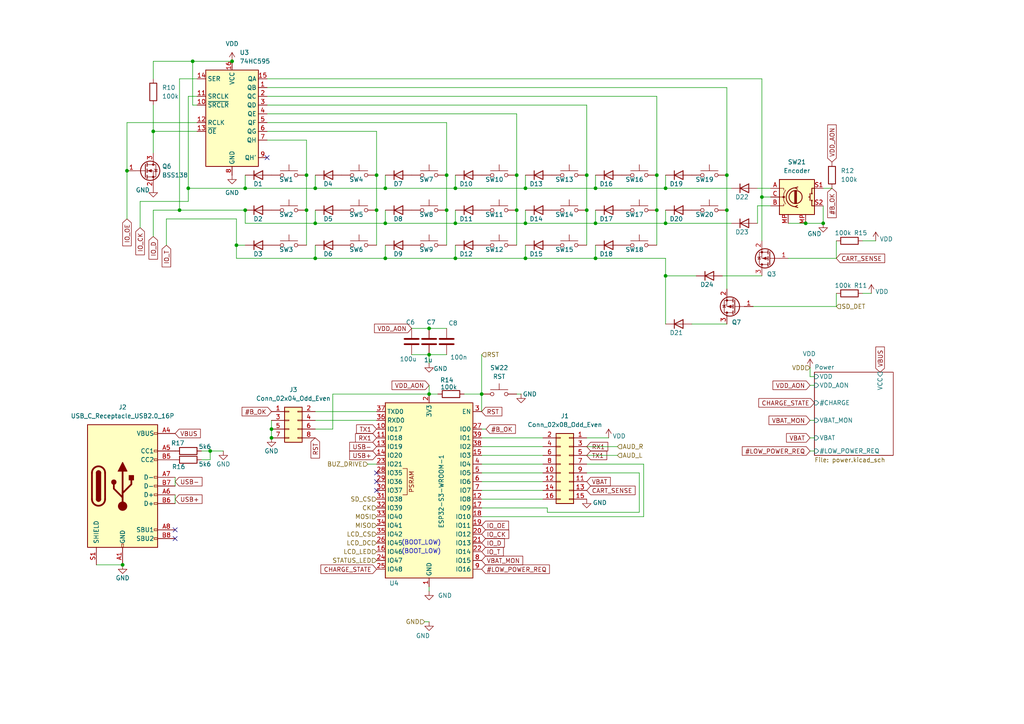
<source format=kicad_sch>
(kicad_sch (version 20231120) (generator "eeschema") (generator_version "8.0")
  (paper "A4")
  (junction (at 170.18 60.96))
  (junction (at 172.72 64.77))
  (junction (at 124.46 95.25))
  (junction (at 44.45 38.1))
  (junction (at 172.72 74.93))
  (junction (at 109.22 50.8))
  (junction (at 35.56 163.83))
  (junction (at 52.07 60.96))
  (junction (at 124.46 102.87))
  (junction (at 129.54 60.96))
  (junction (at 190.5 60.96))
  (junction (at 233.68 64.77))
  (junction (at 91.44 64.77))
  (junction (at 170.18 50.8))
  (junction (at 111.76 54.61))
  (junction (at 88.9 60.96))
  (junction (at 91.44 74.93))
  (junction (at 91.44 54.61))
  (junction (at 190.5 50.8))
  (junction (at 111.76 64.77))
  (junction (at 193.04 64.77))
  (junction (at 36.83 49.53))
  (junction (at 111.76 74.93))
  (junction (at 149.86 50.8))
  (junction (at 54.61 54.61))
  (junction (at 55.88 17.78))
  (junction (at 132.08 54.61))
  (junction (at 149.86 60.96))
  (junction (at 67.31 17.78))
  (junction (at 78.74 127))
  (junction (at 129.54 50.8))
  (junction (at 124.46 114.3))
  (junction (at 152.4 64.77))
  (junction (at 193.04 54.61))
  (junction (at 210.82 50.8))
  (junction (at 172.72 54.61))
  (junction (at 152.4 54.61))
  (junction (at 71.12 60.96))
  (junction (at 220.98 57.15))
  (junction (at 210.82 60.96))
  (junction (at 88.9 50.8))
  (junction (at 238.76 64.77))
  (junction (at 109.22 60.96))
  (junction (at 60.96 130.81))
  (junction (at 139.7 114.3))
  (junction (at 193.04 80.01))
  (junction (at 78.74 124.46))
  (junction (at 132.08 74.93))
  (junction (at 71.12 54.61))
  (junction (at 152.4 74.93))
  (junction (at 132.08 64.77))
  (junction (at 68.58 71.12))
  (no_connect (at 109.22 139.7))
  (no_connect (at 109.22 142.24))
  (no_connect (at 109.22 137.16))
  (no_connect (at 77.47 45.72))
  (no_connect (at 50.8 153.67))
  (no_connect (at 50.8 156.21))
  (wire (pts (xy 158.75 148.59) (xy 185.42 148.59)))
  (wire (pts (xy 91.44 124.46) (xy 96.52 124.46)))
  (wire (pts (xy 124.46 111.76) (xy 124.46 114.3)))
  (wire (pts (xy 172.72 54.61) (xy 193.04 54.61)))
  (wire (pts (xy 124.46 171.45) (xy 124.46 170.18)))
  (wire (pts (xy 234.95 109.22) (xy 236.22 109.22)))
  (wire (pts (xy 88.9 50.8) (xy 88.9 60.96)))
  (wire (pts (xy 119.38 95.25) (xy 124.46 95.25)))
  (wire (pts (xy 71.12 64.77) (xy 71.12 60.96)))
  (wire (pts (xy 57.15 35.56) (xy 36.83 35.56)))
  (wire (pts (xy 48.26 63.5) (xy 68.58 63.5)))
  (wire (pts (xy 132.08 64.77) (xy 111.76 64.77)))
  (wire (pts (xy 140.97 124.46) (xy 139.7 124.46)))
  (wire (pts (xy 77.47 40.64) (xy 88.9 40.64)))
  (wire (pts (xy 190.5 27.94) (xy 190.5 50.8)))
  (wire (pts (xy 132.08 54.61) (xy 152.4 54.61)))
  (wire (pts (xy 220.98 22.86) (xy 220.98 57.15)))
  (wire (pts (xy 234.95 111.76) (xy 236.22 111.76)))
  (wire (pts (xy 48.26 63.5) (xy 48.26 71.12)))
  (wire (pts (xy 170.18 129.54) (xy 179.07 129.54)))
  (wire (pts (xy 132.08 54.61) (xy 132.08 50.8)))
  (wire (pts (xy 219.71 64.77) (xy 219.71 59.69)))
  (wire (pts (xy 139.7 134.62) (xy 157.48 134.62)))
  (wire (pts (xy 234.95 130.81) (xy 236.22 130.81)))
  (wire (pts (xy 109.22 50.8) (xy 109.22 60.96)))
  (wire (pts (xy 193.04 80.01) (xy 201.93 80.01)))
  (wire (pts (xy 152.4 64.77) (xy 132.08 64.77)))
  (wire (pts (xy 68.58 74.93) (xy 91.44 74.93)))
  (wire (pts (xy 44.45 17.78) (xy 44.45 22.86)))
  (wire (pts (xy 40.64 58.42) (xy 54.61 58.42)))
  (wire (pts (xy 111.76 74.93) (xy 111.76 71.12)))
  (wire (pts (xy 111.76 74.93) (xy 132.08 74.93)))
  (wire (pts (xy 219.71 54.61) (xy 223.52 54.61)))
  (wire (pts (xy 234.95 121.92) (xy 236.22 121.92)))
  (wire (pts (xy 129.54 50.8) (xy 129.54 60.96)))
  (wire (pts (xy 172.72 64.77) (xy 152.4 64.77)))
  (wire (pts (xy 77.47 30.48) (xy 170.18 30.48)))
  (wire (pts (xy 170.18 132.08) (xy 179.07 132.08)))
  (wire (pts (xy 152.4 74.93) (xy 172.72 74.93)))
  (wire (pts (xy 58.42 130.81) (xy 60.96 130.81)))
  (wire (pts (xy 67.31 17.78) (xy 55.88 17.78)))
  (wire (pts (xy 172.72 54.61) (xy 172.72 50.8)))
  (wire (pts (xy 158.75 147.32) (xy 158.75 148.59)))
  (wire (pts (xy 44.45 30.48) (xy 44.45 38.1)))
  (wire (pts (xy 193.04 64.77) (xy 212.09 64.77)))
  (wire (pts (xy 132.08 74.93) (xy 152.4 74.93)))
  (wire (pts (xy 172.72 64.77) (xy 172.72 60.96)))
  (wire (pts (xy 238.76 54.61) (xy 241.3 54.61)))
  (wire (pts (xy 193.04 80.01) (xy 193.04 93.98)))
  (wire (pts (xy 54.61 27.94) (xy 54.61 54.61)))
  (wire (pts (xy 111.76 64.77) (xy 91.44 64.77)))
  (wire (pts (xy 139.7 149.86) (xy 186.69 149.86)))
  (wire (pts (xy 27.94 163.83) (xy 35.56 163.83)))
  (wire (pts (xy 44.45 38.1) (xy 57.15 38.1)))
  (wire (pts (xy 78.74 121.92) (xy 78.74 124.46)))
  (wire (pts (xy 50.8 138.43) (xy 50.8 140.97)))
  (wire (pts (xy 228.6 74.93) (xy 242.57 74.93)))
  (wire (pts (xy 139.7 102.87) (xy 139.7 114.3)))
  (wire (pts (xy 139.7 144.78) (xy 157.48 144.78)))
  (wire (pts (xy 152.4 54.61) (xy 172.72 54.61)))
  (wire (pts (xy 193.04 80.01) (xy 193.04 74.93)))
  (wire (pts (xy 58.42 133.35) (xy 60.96 133.35)))
  (wire (pts (xy 54.61 27.94) (xy 57.15 27.94)))
  (wire (pts (xy 170.18 30.48) (xy 170.18 50.8)))
  (wire (pts (xy 124.46 180.34) (xy 123.19 180.34)))
  (wire (pts (xy 219.71 59.69) (xy 223.52 59.69)))
  (wire (pts (xy 68.58 63.5) (xy 68.58 71.12)))
  (wire (pts (xy 134.62 114.3) (xy 139.7 114.3)))
  (wire (pts (xy 185.42 137.16) (xy 170.18 137.16)))
  (wire (pts (xy 91.44 74.93) (xy 91.44 71.12)))
  (wire (pts (xy 111.76 54.61) (xy 132.08 54.61)))
  (wire (pts (xy 190.5 60.96) (xy 190.5 71.12)))
  (wire (pts (xy 129.54 60.96) (xy 129.54 71.12)))
  (wire (pts (xy 91.44 121.92) (xy 109.22 121.92)))
  (wire (pts (xy 193.04 60.96) (xy 193.04 64.77)))
  (wire (pts (xy 40.64 66.04) (xy 40.64 58.42)))
  (wire (pts (xy 139.7 137.16) (xy 157.48 137.16)))
  (wire (pts (xy 111.76 54.61) (xy 111.76 50.8)))
  (wire (pts (xy 139.7 129.54) (xy 157.48 129.54)))
  (wire (pts (xy 124.46 102.87) (xy 129.54 102.87)))
  (wire (pts (xy 36.83 35.56) (xy 36.83 49.53)))
  (wire (pts (xy 60.96 130.81) (xy 60.96 133.35)))
  (wire (pts (xy 91.44 54.61) (xy 91.44 50.8)))
  (wire (pts (xy 55.88 17.78) (xy 44.45 17.78)))
  (wire (pts (xy 139.7 139.7) (xy 157.48 139.7)))
  (wire (pts (xy 152.4 74.93) (xy 152.4 71.12)))
  (wire (pts (xy 50.8 143.51) (xy 50.8 146.05)))
  (wire (pts (xy 223.52 57.15) (xy 220.98 57.15)))
  (wire (pts (xy 210.82 60.96) (xy 210.82 83.82)))
  (wire (pts (xy 36.83 63.5) (xy 36.83 49.53)))
  (wire (pts (xy 242.57 74.93) (xy 242.57 69.85)))
  (wire (pts (xy 91.44 119.38) (xy 109.22 119.38)))
  (wire (pts (xy 220.98 22.86) (xy 77.47 22.86)))
  (wire (pts (xy 55.88 30.48) (xy 55.88 17.78)))
  (wire (pts (xy 209.55 80.01) (xy 220.98 80.01)))
  (wire (pts (xy 91.44 64.77) (xy 71.12 64.77)))
  (wire (pts (xy 44.45 68.58) (xy 44.45 60.96)))
  (wire (pts (xy 176.53 127) (xy 170.18 127)))
  (wire (pts (xy 170.18 50.8) (xy 170.18 60.96)))
  (wire (pts (xy 238.76 59.69) (xy 238.76 64.77)))
  (wire (pts (xy 172.72 74.93) (xy 193.04 74.93)))
  (wire (pts (xy 77.47 38.1) (xy 109.22 38.1)))
  (wire (pts (xy 139.7 147.32) (xy 158.75 147.32)))
  (wire (pts (xy 77.47 27.94) (xy 190.5 27.94)))
  (wire (pts (xy 57.15 30.48) (xy 55.88 30.48)))
  (wire (pts (xy 124.46 114.3) (xy 127 114.3)))
  (wire (pts (xy 96.52 114.3) (xy 124.46 114.3)))
  (wire (pts (xy 193.04 54.61) (xy 193.04 50.8)))
  (wire (pts (xy 60.96 130.81) (xy 64.77 130.81)))
  (wire (pts (xy 210.82 25.4) (xy 210.82 50.8)))
  (wire (pts (xy 88.9 60.96) (xy 88.9 71.12)))
  (wire (pts (xy 77.47 35.56) (xy 129.54 35.56)))
  (wire (pts (xy 77.47 25.4) (xy 210.82 25.4)))
  (wire (pts (xy 210.82 50.8) (xy 210.82 60.96)))
  (wire (pts (xy 234.95 106.68) (xy 234.95 109.22)))
  (wire (pts (xy 151.13 114.3) (xy 149.86 114.3)))
  (wire (pts (xy 228.6 64.77) (xy 233.68 64.77)))
  (wire (pts (xy 139.7 119.38) (xy 139.7 114.3)))
  (wire (pts (xy 185.42 148.59) (xy 185.42 137.16)))
  (wire (pts (xy 233.68 64.77) (xy 238.76 64.77)))
  (wire (pts (xy 218.44 88.9) (xy 242.57 88.9)))
  (wire (pts (xy 193.04 54.61) (xy 212.09 54.61)))
  (wire (pts (xy 170.18 60.96) (xy 170.18 71.12)))
  (wire (pts (xy 52.07 22.86) (xy 57.15 22.86)))
  (wire (pts (xy 44.45 60.96) (xy 52.07 60.96)))
  (wire (pts (xy 71.12 54.61) (xy 91.44 54.61)))
  (wire (pts (xy 139.7 127) (xy 157.48 127)))
  (wire (pts (xy 68.58 71.12) (xy 71.12 71.12)))
  (wire (pts (xy 91.44 64.77) (xy 91.44 60.96)))
  (wire (pts (xy 220.98 57.15) (xy 220.98 69.85)))
  (wire (pts (xy 132.08 64.77) (xy 132.08 60.96)))
  (wire (pts (xy 124.46 95.25) (xy 129.54 95.25)))
  (wire (pts (xy 96.52 124.46) (xy 96.52 114.3)))
  (wire (pts (xy 139.7 132.08) (xy 157.48 132.08)))
  (wire (pts (xy 152.4 54.61) (xy 152.4 50.8)))
  (wire (pts (xy 186.69 149.86) (xy 186.69 134.62)))
  (wire (pts (xy 234.95 127) (xy 236.22 127)))
  (wire (pts (xy 172.72 71.12) (xy 172.72 74.93)))
  (wire (pts (xy 190.5 50.8) (xy 190.5 60.96)))
  (wire (pts (xy 124.46 105.41) (xy 124.46 102.87)))
  (wire (pts (xy 119.38 102.87) (xy 124.46 102.87)))
  (wire (pts (xy 193.04 64.77) (xy 172.72 64.77)))
  (wire (pts (xy 149.86 50.8) (xy 149.86 60.96)))
  (wire (pts (xy 54.61 54.61) (xy 71.12 54.61)))
  (wire (pts (xy 68.58 71.12) (xy 68.58 74.93)))
  (wire (pts (xy 52.07 60.96) (xy 71.12 60.96)))
  (wire (pts (xy 132.08 74.93) (xy 132.08 71.12)))
  (wire (pts (xy 77.47 33.02) (xy 149.86 33.02)))
  (wire (pts (xy 78.74 124.46) (xy 78.74 127)))
  (wire (pts (xy 152.4 64.77) (xy 152.4 60.96)))
  (wire (pts (xy 242.57 85.09) (xy 242.57 88.9)))
  (wire (pts (xy 109.22 60.96) (xy 109.22 71.12)))
  (wire (pts (xy 54.61 58.42) (xy 54.61 54.61)))
  (wire (pts (xy 139.7 142.24) (xy 157.48 142.24)))
  (wire (pts (xy 186.69 134.62) (xy 170.18 134.62)))
  (wire (pts (xy 111.76 64.77) (xy 111.76 60.96)))
  (wire (pts (xy 129.54 35.56) (xy 129.54 50.8)))
  (wire (pts (xy 88.9 40.64) (xy 88.9 50.8)))
  (wire (pts (xy 254 69.85) (xy 250.19 69.85)))
  (wire (pts (xy 106.68 134.62) (xy 109.22 134.62)))
  (wire (pts (xy 71.12 50.8) (xy 71.12 54.61)))
  (wire (pts (xy 149.86 60.96) (xy 149.86 71.12)))
  (wire (pts (xy 109.22 38.1) (xy 109.22 50.8)))
  (wire (pts (xy 252.73 85.09) (xy 250.19 85.09)))
  (wire (pts (xy 91.44 74.93) (xy 111.76 74.93)))
  (wire (pts (xy 149.86 33.02) (xy 149.86 50.8)))
  (wire (pts (xy 44.45 38.1) (xy 44.45 44.45)))
  (wire (pts (xy 91.44 54.61) (xy 111.76 54.61)))
  (wire (pts (xy 210.82 93.98) (xy 200.66 93.98)))
  (wire (pts (xy 52.07 60.96) (xy 52.07 22.86)))
  (text "(BOOT_LOW)" (at 122.174 160.02 0) (effects (font (size 1.27 1.27))))
  (text "(BOOT_LOW)" (at 122.174 157.48 0) (effects (font (size 1.27 1.27))))
  (global_label "VBAT_MON" (shape input) (at 139.7 162.56 0) (property "Intersheetrefs" "${INTERSHEET_REFS}" (effects (hide yes))))
  (global_label "#B_OK" (shape input) (at 78.74 119.38 180) (property "Intersheetrefs" "${INTERSHEET_REFS}" (effects (hide yes))))
  (global_label "VDD_AON" (shape input) (at 241.3 46.99 90) (property "Intersheetrefs" "${INTERSHEET_REFS}" (effects (hide yes))))
  (global_label "CHARGE_STATE" (shape input) (at 109.22 165.1 180) (property "Intersheetrefs" "${INTERSHEET_REFS}" (effects (hide yes))))
  (global_label "VBUS" (shape input) (at 255.27 107.95 90) (property "Intersheetrefs" "${INTERSHEET_REFS}" (effects (hide yes))))
  (global_label "USB+" (shape input) (at 109.22 132.08 180) (property "Intersheetrefs" "${INTERSHEET_REFS}" (effects (hide yes))))
  (global_label "#LOW_POWER_REQ" (shape input) (at 139.7 165.1 0) (property "Intersheetrefs" "${INTERSHEET_REFS}" (effects (hide yes))))
  (global_label "RST" (shape input) (at 139.7 119.38 0) (property "Intersheetrefs" "${INTERSHEET_REFS}" (effects (hide yes))))
  (global_label "#B_OK" (shape input) (at 241.3 54.61 270) (property "Intersheetrefs" "${INTERSHEET_REFS}" (effects (hide yes))))
  (global_label "#B_OK" (shape input) (at 140.97 124.46 0) (property "Intersheetrefs" "${INTERSHEET_REFS}" (effects (hide yes))))
  (global_label "USB-" (shape input) (at 109.22 129.54 180) (property "Intersheetrefs" "${INTERSHEET_REFS}" (effects (hide yes))))
  (global_label "IO_D" (shape input) (at 44.45 68.58 270) (property "Intersheetrefs" "${INTERSHEET_REFS}" (effects (hide yes))))
  (global_label "TX1" (shape input) (at 170.18 132.08 0) (property "Intersheetrefs" "${INTERSHEET_REFS}" (effects (hide yes))))
  (global_label "RX1" (shape input) (at 170.18 129.54 0) (property "Intersheetrefs" "${INTERSHEET_REFS}" (effects (hide yes))))
  (global_label "TX1" (shape input) (at 109.22 124.46 180) (property "Intersheetrefs" "${INTERSHEET_REFS}" (effects (hide yes))))
  (global_label "#LOW_POWER_REQ" (shape input) (at 234.95 130.81 180) (property "Intersheetrefs" "${INTERSHEET_REFS}" (effects (hide yes))))
  (global_label "VBUS" (shape input) (at 50.8 125.73 0) (property "Intersheetrefs" "${INTERSHEET_REFS}" (effects (hide yes))))
  (global_label "IO_OE" (shape input) (at 36.83 63.5 270) (property "Intersheetrefs" "${INTERSHEET_REFS}" (effects (hide yes))))
  (global_label "VDD_AON" (shape input) (at 124.46 111.76 180) (property "Intersheetrefs" "${INTERSHEET_REFS}" (effects (hide yes))))
  (global_label "VBAT" (shape input) (at 234.95 127 180) (property "Intersheetrefs" "${INTERSHEET_REFS}" (effects (hide yes))))
  (global_label "CHARGE_STATE" (shape input) (at 236.22 116.84 180) (property "Intersheetrefs" "${INTERSHEET_REFS}" (effects (hide yes))))
  (global_label "VDD_AON" (shape input) (at 234.95 111.76 180) (property "Intersheetrefs" "${INTERSHEET_REFS}" (effects (hide yes))))
  (global_label "VDD_AON" (shape input) (at 119.38 95.25 180) (property "Intersheetrefs" "${INTERSHEET_REFS}" (effects (hide yes))))
  (global_label "IO_CK" (shape input) (at 139.7 154.94 0) (property "Intersheetrefs" "${INTERSHEET_REFS}" (effects (hide yes))))
  (global_label "IO_CK" (shape input) (at 40.64 66.04 270) (property "Intersheetrefs" "${INTERSHEET_REFS}" (effects (hide yes))))
  (global_label "USB-" (shape input) (at 50.8 139.7 0) (property "Intersheetrefs" "${INTERSHEET_REFS}" (effects (hide yes))))
  (global_label "IO_T" (shape input) (at 139.7 160.02 0) (property "Intersheetrefs" "${INTERSHEET_REFS}" (effects (hide yes))))
  (global_label "IO_OE" (shape input) (at 139.7 152.4 0) (property "Intersheetrefs" "${INTERSHEET_REFS}" (effects (hide yes))))
  (global_label "IO_D" (shape input) (at 139.7 157.48 0) (property "Intersheetrefs" "${INTERSHEET_REFS}" (effects (hide yes))))
  (global_label "RX1" (shape input) (at 109.22 127 180) (property "Intersheetrefs" "${INTERSHEET_REFS}" (effects (hide yes))))
  (global_label "CART_SENSE" (shape input) (at 242.57 74.93 0) (property "Intersheetrefs" "${INTERSHEET_REFS}" (effects (hide yes))))
  (global_label "CART_SENSE" (shape input) (at 170.18 142.24 0) (property "Intersheetrefs" "${INTERSHEET_REFS}" (effects (hide yes))))
  (global_label "USB+" (shape input) (at 50.8 144.78 0) (property "Intersheetrefs" "${INTERSHEET_REFS}" (effects (hide yes))))
  (global_label "VBAT" (shape input) (at 170.18 139.7 0) (property "Intersheetrefs" "${INTERSHEET_REFS}" (effects (hide yes))))
  (global_label "RST" (shape input) (at 91.44 127 270) (property "Intersheetrefs" "${INTERSHEET_REFS}" (effects (hide yes))))
  (global_label "VBAT_MON" (shape input) (at 234.95 121.92 180) (property "Intersheetrefs" "${INTERSHEET_REFS}" (effects (hide yes))))
  (global_label "IO_T" (shape input) (at 48.26 71.12 270) (property "Intersheetrefs" "${INTERSHEET_REFS}" (effects (hide yes))))
  (hierarchical_label "AUD_R" (shape input) (at 179.07 129.54 0))
  (hierarchical_label "SD_CS" (shape input) (at 109.22 144.78 180))
  (hierarchical_label "MISO" (shape input) (at 109.22 152.4 180))
  (hierarchical_label "CK" (shape input) (at 109.22 147.32 180))
  (hierarchical_label "RST" (shape input) (at 139.7 102.87 0))
  (hierarchical_label "AUD_L" (shape input) (at 179.07 132.08 0))
  (hierarchical_label "VDD" (shape input) (at 234.95 106.68 180))
  (hierarchical_label "SD_DET" (shape input) (at 242.57 88.9 0))
  (hierarchical_label "LCD_DC" (shape input) (at 109.22 157.48 180))
  (hierarchical_label "LCD_CS" (shape input) (at 109.22 154.94 180))
  (hierarchical_label "GND" (shape input) (at 123.19 180.34 180))
  (hierarchical_label "STATUS_LED" (shape input) (at 109.22 162.56 180))
  (hierarchical_label "MOSI" (shape input) (at 109.22 149.86 180))
  (hierarchical_label "BUZ_DRIVE" (shape input) (at 106.68 134.62 180))
  (hierarchical_label "LCD_LED" (shape input) (at 109.22 160.02 180))
  (symbol (lib_id "Device:D") (at 115.57 50.8 0) (unit 1)
    (property "Reference" "D7" (at 116.84 53.34 0) (effects (justify right)))
    (property "Value" "D" (effects (hide yes)))
    (property "Footprint" "Diode_SMD:D_0805_2012Metric_Pad1.15x1.40mm_HandSolder" (effects (hide yes)))
    (property "Description" "Diode" (effects (hide yes)))
    (property "Sim.Device" "D" (effects (hide yes)))
    (property "Sim.Pins" "1=K 2=A" (effects (hide yes)))
  )
  (symbol (lib_id "Device:R") (at 44.45 26.67 0) (unit 1)
    (property "Reference" "R10" (at 46.99 25.3999 0) (effects (justify left)))
    (property "Value" "100k" (at 46.99 27.9399 0) (effects (justify left)))
    (property "Footprint" "Resistor_SMD:R_0805_2012Metric_Pad1.20x1.40mm_HandSolder" (effects (hide yes)))
    (property "Description" "Resistor" (effects (hide yes)))
  )
  (symbol (lib_id "Device:D") (at 115.57 60.96 0) (unit 1)
    (property "Reference" "D8" (at 116.84 63.5 0) (effects (justify right)))
    (property "Value" "D" (effects (hide yes)))
    (property "Footprint" "Diode_SMD:D_0805_2012Metric_Pad1.15x1.40mm_HandSolder" (effects (hide yes)))
    (property "Description" "Diode" (effects (hide yes)))
    (property "Sim.Device" "D" (effects (hide yes)))
    (property "Sim.Pins" "1=K 2=A" (effects (hide yes)))
  )
  (symbol (lib_id "74xx:74HC595") (at 67.31 33.02 0) (unit 1)
    (property "Reference" "U3" (at 69.5041 15.24 0) (effects (justify left)))
    (property "Value" "74HC595" (at 69.5041 17.78 0) (effects (justify left)))
    (property "Footprint" "Package_SO:SOIC-16_3.9x9.9mm_P1.27mm" (effects (hide yes)))
    (property "Datasheet" "http://www.ti.com/lit/ds/symlink/sn74hc595.pdf" (effects (hide yes)))
    (property "Description" "8-bit serial in/out Shift Register 3-State Outputs" (effects (hide yes)))
  )
  (symbol (lib_id "Switch:SW_Push") (at 83.82 50.8 0) (unit 1)
    (property "Reference" "SW1" (at 85.09 52.07 0) (effects (justify right)))
    (property "Value" "SW_Push" (effects (hide yes)))
    (property "Footprint" "footprints:Combo_MechanicalSwitch" (effects (hide yes)))
    (property "Description" "Push button switch, generic, two pins" (effects (hide yes)))
  )
  (symbol (lib_id "Device:R") (at 54.61 130.81 90) (unit 1)
    (property "Reference" "R17" (at 51.562 128.524 90))
    (property "Value" "5k6" (at 59.436 129.54 90))
    (property "Footprint" "Resistor_SMD:R_0805_2012Metric_Pad1.20x1.40mm_HandSolder" (effects (hide yes)))
    (property "Description" "Resistor" (effects (hide yes)))
  )
  (symbol (lib_id "power:GND") (at 170.18 144.78 0) (unit 1)
    (property "Reference" "#PWR015" (effects (hide yes)))
    (property "Value" "GND" (at 176.022 145.796 0) (effects (justify right)))
    (property "Description" "Power symbol creates a global label with name \"GND\" , ground" (effects (hide yes)))
  )
  (symbol (lib_id "power:VDD") (at 234.95 106.68 0) (unit 1)
    (property "Reference" "#PWR016" (effects (hide yes)))
    (property "Value" "VDD" (at 234.696 102.616 0))
    (property "Description" "Power symbol creates a global label with name \"VDD\"" (effects (hide yes)))
  )
  (symbol (lib_id "Device:C") (at 129.54 99.06 0) (unit 1)
    (property "Reference" "C8" (at 130.048 93.726 0) (effects (justify left)))
    (property "Value" "100n" (at 130.556 103.632 0) (effects (justify left)))
    (property "Footprint" "Capacitor_SMD:C_0805_2012Metric" (effects (hide yes)))
    (property "Description" "Unpolarized capacitor" (effects (hide yes)))
  )
  (symbol (lib_id "Switch:SW_Push") (at 144.78 114.3 0) (unit 1)
    (property "Reference" "SW22" (at 144.78 106.68 0))
    (property "Value" "RST" (at 144.78 109.22 0))
    (property "Footprint" "Button_Switch_SMD:SW_SPST_PTS647_Sx38" (effects (hide yes)))
    (property "Description" "Push button switch, generic, two pins" (effects (hide yes)))
  )
  (symbol (lib_id "Device:R") (at 241.3 50.8 0) (unit 1)
    (property "Reference" "R12" (at 243.84 49.5299 0) (effects (justify left)))
    (property "Value" "100k" (at 243.84 52.0699 0) (effects (justify left)))
    (property "Footprint" "Resistor_SMD:R_0805_2012Metric_Pad1.20x1.40mm_HandSolder" (effects (hide yes)))
    (property "Description" "Resistor" (effects (hide yes)))
  )
  (symbol (lib_id "power:GND") (at 35.56 163.83 0) (unit 1)
    (property "Reference" "#PWR02" (effects (hide yes)))
    (property "Value" "GND" (at 35.56 167.64 0))
    (property "Description" "Power symbol creates a global label with name \"GND\" , ground" (effects (hide yes)))
  )
  (symbol (lib_id "Transistor_FET:AO3401A") (at 223.52 74.93 180) (unit 1)
    (property "Reference" "Q3" (at 223.774 79.502 0))
    (property "Value" "AO3401A" (effects (hide yes)))
    (property "Footprint" "Package_TO_SOT_SMD:SOT-23" (effects (hide yes)))
    (property "Datasheet" "http://www.aosmd.com/pdfs/datasheet/AO3401A.pdf" (effects (hide yes)))
    (property "Description" "-4.0A Id, -30V Vds, P-Channel MOSFET, SOT-23" (effects (hide yes)))
  )
  (symbol (lib_id "Device:D") (at 135.89 60.96 0) (unit 1)
    (property "Reference" "D11" (at 137.16 63.5 0) (effects (justify right)))
    (property "Value" "D" (effects (hide yes)))
    (property "Footprint" "Diode_SMD:D_0805_2012Metric_Pad1.15x1.40mm_HandSolder" (effects (hide yes)))
    (property "Description" "Diode" (effects (hide yes)))
    (property "Sim.Device" "D" (effects (hide yes)))
    (property "Sim.Pins" "1=K 2=A" (effects (hide yes)))
  )
  (symbol (lib_id "Device:D") (at 95.25 50.8 0) (unit 1)
    (property "Reference" "D4" (at 96.52 53.34 0) (effects (justify right)))
    (property "Value" "D" (effects (hide yes)))
    (property "Footprint" "Diode_SMD:D_0805_2012Metric_Pad1.15x1.40mm_HandSolder" (effects (hide yes)))
    (property "Description" "Diode" (effects (hide yes)))
    (property "Sim.Device" "D" (effects (hide yes)))
    (property "Sim.Pins" "1=K 2=A" (effects (hide yes)))
  )
  (symbol (lib_id "Switch:SW_Push") (at 165.1 60.96 0) (unit 1)
    (property "Reference" "SW14" (at 166.37 62.23 0) (effects (justify right)))
    (property "Value" "SW_Push" (effects (hide yes)))
    (property "Footprint" "footprints:Combo_MechanicalSwitch" (effects (hide yes)))
    (property "Description" "Push button switch, generic, two pins" (effects (hide yes)))
  )
  (symbol (lib_id "Switch:SW_Push") (at 165.1 50.8 0) (unit 1)
    (property "Reference" "SW13" (at 166.37 52.07 0) (effects (justify right)))
    (property "Value" "SW_Push" (effects (hide yes)))
    (property "Footprint" "footprints:Combo_MechanicalSwitch" (effects (hide yes)))
    (property "Description" "Push button switch, generic, two pins" (effects (hide yes)))
  )
  (symbol (lib_id "Transistor_FET:AO3401A") (at 213.36 88.9 180) (unit 1)
    (property "Reference" "Q7" (at 213.614 93.472 0))
    (property "Value" "AO3401A" (effects (hide yes)))
    (property "Footprint" "Package_TO_SOT_SMD:SOT-23" (effects (hide yes)))
    (property "Datasheet" "http://www.aosmd.com/pdfs/datasheet/AO3401A.pdf" (effects (hide yes)))
    (property "Description" "-4.0A Id, -30V Vds, P-Channel MOSFET, SOT-23" (effects (hide yes)))
  )
  (symbol (lib_id "Device:D") (at 156.21 50.8 0) (unit 1)
    (property "Reference" "D13" (at 157.48 53.34 0) (effects (justify right)))
    (property "Value" "D" (effects (hide yes)))
    (property "Footprint" "Diode_SMD:D_0805_2012Metric_Pad1.15x1.40mm_HandSolder" (effects (hide yes)))
    (property "Description" "Diode" (effects (hide yes)))
    (property "Sim.Device" "D" (effects (hide yes)))
    (property "Sim.Pins" "1=K 2=A" (effects (hide yes)))
  )
  (symbol (lib_id "Switch:SW_Push") (at 104.14 71.12 0) (unit 1)
    (property "Reference" "SW6" (at 105.41 72.39 0) (effects (justify right)))
    (property "Value" "SW_Push" (effects (hide yes)))
    (property "Footprint" "footprints:Combo_MechanicalSwitch" (effects (hide yes)))
    (property "Description" "Push button switch, generic, two pins" (effects (hide yes)))
  )
  (symbol (lib_id "Switch:SW_Push") (at 205.74 50.8 0) (unit 1)
    (property "Reference" "SW19" (at 207.01 52.07 0) (effects (justify right)))
    (property "Value" "SW_Push" (effects (hide yes)))
    (property "Footprint" "footprints:Combo_MechanicalSwitch" (effects (hide yes)))
    (property "Description" "Push button switch, generic, two pins" (effects (hide yes)))
  )
  (symbol (lib_id "Device:D") (at 196.85 60.96 0) (unit 1)
    (property "Reference" "D20" (at 198.12 63.5 0) (effects (justify right)))
    (property "Value" "D" (effects (hide yes)))
    (property "Footprint" "Diode_SMD:D_0805_2012Metric_Pad1.15x1.40mm_HandSolder" (effects (hide yes)))
    (property "Description" "Diode" (effects (hide yes)))
    (property "Sim.Device" "D" (effects (hide yes)))
    (property "Sim.Pins" "1=K 2=A" (effects (hide yes)))
  )
  (symbol (lib_id "Device:D") (at 156.21 60.96 0) (unit 1)
    (property "Reference" "D14" (at 157.48 63.5 0) (effects (justify right)))
    (property "Value" "D" (effects (hide yes)))
    (property "Footprint" "Diode_SMD:D_0805_2012Metric_Pad1.15x1.40mm_HandSolder" (effects (hide yes)))
    (property "Description" "Diode" (effects (hide yes)))
    (property "Sim.Device" "D" (effects (hide yes)))
    (property "Sim.Pins" "1=K 2=A" (effects (hide yes)))
  )
  (symbol (lib_id "Device:D") (at 215.9 54.61 0) (unit 1)
    (property "Reference" "D22" (at 217.17 57.15 0) (effects (justify right)))
    (property "Value" "D" (effects (hide yes)))
    (property "Footprint" "Diode_SMD:D_0805_2012Metric_Pad1.15x1.40mm_HandSolder" (effects (hide yes)))
    (property "Description" "Diode" (effects (hide yes)))
    (property "Sim.Device" "D" (effects (hide yes)))
    (property "Sim.Pins" "1=K 2=A" (effects (hide yes)))
  )
  (symbol (lib_id "power:GND") (at 151.13 114.3 0) (mirror y) (unit 1)
    (property "Reference" "#PWR06" (effects (hide yes)))
    (property "Value" "GND" (at 153.67 114.3 0))
    (property "Description" "Power symbol creates a global label with name \"GND\" , ground" (effects (hide yes)))
  )
  (symbol (lib_id "Device:RotaryEncoder_Switch") (at 231.14 57.15 0) (unit 1)
    (property "Reference" "SW21" (at 231.14 46.99 0))
    (property "Value" "Encoder" (at 231.14 49.53 0))
    (property "Footprint" "footprints:RotaryEncoder_Alps_EC11E-Switch_Vertical_H20mm" (effects (hide yes)))
    (property "Description" "Rotary encoder, dual channel, incremental quadrate outputs, with switch" (effects (hide yes)))
  )
  (symbol (lib_id "Device:C") (at 124.46 99.06 0) (unit 1)
    (property "Reference" "C7" (at 123.698 93.472 0) (effects (justify left)))
    (property "Value" "1u" (at 122.936 104.394 0) (effects (justify left)))
    (property "Footprint" "Capacitor_SMD:C_1206_3216Metric" (effects (hide yes)))
    (property "Description" "Unpolarized capacitor" (effects (hide yes)))
  )
  (symbol (lib_id "Device:R") (at 246.38 69.85 270) (mirror x) (unit 1)
    (property "Reference" "R15" (at 247.65 67.564 90) (effects (justify left)))
    (property "Value" "100k" (at 242.062 67.564 90) (effects (justify left)))
    (property "Footprint" "Resistor_SMD:R_0805_2012Metric_Pad1.20x1.40mm_HandSolder" (effects (hide yes)))
    (property "Description" "Resistor" (effects (hide yes)))
  )
  (symbol (lib_id "Device:D") (at 156.21 71.12 0) (unit 1)
    (property "Reference" "D15" (at 157.48 73.66 0) (effects (justify right)))
    (property "Value" "D" (effects (hide yes)))
    (property "Footprint" "Diode_SMD:D_0805_2012Metric_Pad1.15x1.40mm_HandSolder" (effects (hide yes)))
    (property "Description" "Diode" (effects (hide yes)))
    (property "Sim.Device" "D" (effects (hide yes)))
    (property "Sim.Pins" "1=K 2=A" (effects (hide yes)))
  )
  (symbol (lib_id "Device:D") (at 95.25 60.96 0) (unit 1)
    (property "Reference" "D5" (at 96.52 63.5 0) (effects (justify right)))
    (property "Value" "D" (effects (hide yes)))
    (property "Footprint" "Diode_SMD:D_0805_2012Metric_Pad1.15x1.40mm_HandSolder" (effects (hide yes)))
    (property "Description" "Diode" (effects (hide yes)))
    (property "Sim.Device" "D" (effects (hide yes)))
    (property "Sim.Pins" "1=K 2=A" (effects (hide yes)))
  )
  (symbol (lib_id "Device:D") (at 74.93 60.96 0) (unit 1)
    (property "Reference" "D2" (at 76.2 63.5 0) (effects (justify right)))
    (property "Value" "D" (effects (hide yes)))
    (property "Footprint" "Diode_SMD:D_0805_2012Metric_Pad1.15x1.40mm_HandSolder" (effects (hide yes)))
    (property "Description" "Diode" (effects (hide yes)))
    (property "Sim.Device" "D" (effects (hide yes)))
    (property "Sim.Pins" "1=K 2=A" (effects (hide yes)))
  )
  (symbol (lib_id "power:GND") (at 78.74 127 0) (mirror y) (unit 1)
    (property "Reference" "#PWR08" (effects (hide yes)))
    (property "Value" "GND" (at 78.74 130.81 0))
    (property "Description" "Power symbol creates a global label with name \"GND\" , ground" (effects (hide yes)))
  )
  (symbol (lib_id "Connector:USB_C_Receptacle_USB2.0_16P") (at 35.56 140.97 0) (unit 1)
    (property "Reference" "J2" (at 35.56 118.11 0))
    (property "Value" "USB_C_Receptacle_USB2.0_16P" (at 35.56 120.65 0))
    (property "Footprint" "Connector_USB:USB_C_Receptacle_GCT_USB4105-xx-A_16P_TopMnt_Horizontal" (effects (hide yes)))
    (property "Datasheet" "https://www.usb.org/sites/default/files/documents/usb_type-c.zip" (effects (hide yes)))
    (property "Description" "USB 2.0-only 16P Type-C Receptacle connector" (effects (hide yes)))
  )
  (symbol (lib_id "Device:D") (at 176.53 50.8 0) (unit 1)
    (property "Reference" "D16" (at 177.8 53.34 0) (effects (justify right)))
    (property "Value" "D" (effects (hide yes)))
    (property "Footprint" "Diode_SMD:D_0805_2012Metric_Pad1.15x1.40mm_HandSolder" (effects (hide yes)))
    (property "Description" "Diode" (effects (hide yes)))
    (property "Sim.Device" "D" (effects (hide yes)))
    (property "Sim.Pins" "1=K 2=A" (effects (hide yes)))
  )
  (symbol (lib_id "Switch:SW_Push") (at 124.46 71.12 0) (unit 1)
    (property "Reference" "SW9" (at 125.73 72.39 0) (effects (justify right)))
    (property "Value" "SW_Push" (effects (hide yes)))
    (property "Footprint" "footprints:Combo_MechanicalSwitch" (effects (hide yes)))
    (property "Description" "Push button switch, generic, two pins" (effects (hide yes)))
  )
  (symbol (lib_id "power:GND") (at 44.45 54.61 0) (unit 1)
    (property "Reference" "#PWR07" (effects (hide yes)))
    (property "Value" "GND" (at 41.402 55.118 0))
    (property "Description" "Power symbol creates a global label with name \"GND\" , ground" (effects (hide yes)))
  )
  (symbol (lib_id "Device:D") (at 176.53 71.12 0) (unit 1)
    (property "Reference" "D18" (at 177.8 73.66 0) (effects (justify right)))
    (property "Value" "D" (effects (hide yes)))
    (property "Footprint" "Diode_SMD:D_0805_2012Metric_Pad1.15x1.40mm_HandSolder" (effects (hide yes)))
    (property "Description" "Diode" (effects (hide yes)))
    (property "Sim.Device" "D" (effects (hide yes)))
    (property "Sim.Pins" "1=K 2=A" (effects (hide yes)))
  )
  (symbol (lib_id "power:GND") (at 124.46 180.34 0) (unit 1)
    (property "Reference" "#PWR034" (effects (hide yes)))
    (property "Value" "GND" (at 124.714 184.404 0) (effects (justify right)))
    (property "Description" "Power symbol creates a global label with name \"GND\" , ground" (effects (hide yes)))
  )
  (symbol (lib_id "Device:D") (at 196.85 93.98 0) (unit 1)
    (property "Reference" "D21" (at 198.12 96.52 0) (effects (justify right)))
    (property "Value" "D" (effects (hide yes)))
    (property "Footprint" "Diode_SMD:D_0805_2012Metric_Pad1.15x1.40mm_HandSolder" (effects (hide yes)))
    (property "Description" "Diode" (effects (hide yes)))
    (property "Sim.Device" "D" (effects (hide yes)))
    (property "Sim.Pins" "1=K 2=A" (effects (hide yes)))
  )
  (symbol (lib_id "Switch:SW_Push") (at 185.42 50.8 0) (unit 1)
    (property "Reference" "SW16" (at 186.69 52.07 0) (effects (justify right)))
    (property "Value" "SW_Push" (effects (hide yes)))
    (property "Footprint" "footprints:Combo_MechanicalSwitch" (effects (hide yes)))
    (property "Description" "Push button switch, generic, two pins" (effects (hide yes)))
  )
  (symbol (lib_id "power:VDD") (at 252.73 85.09 0) (unit 1)
    (property "Reference" "#PWR013" (effects (hide yes)))
    (property "Value" "VDD" (at 255.778 84.582 0))
    (property "Description" "Power symbol creates a global label with name \"VDD\"" (effects (hide yes)))
  )
  (symbol (lib_id "power:GND") (at 124.46 105.41 0) (unit 1)
    (property "Reference" "#PWR017" (effects (hide yes)))
    (property "Value" "GND" (at 127.762 106.934 0))
    (property "Description" "Power symbol creates a global label with name \"GND\" , ground" (effects (hide yes)))
  )
  (symbol (lib_id "Device:D") (at 74.93 71.12 0) (unit 1)
    (property "Reference" "D3" (at 76.2 73.66 0) (effects (justify right)))
    (property "Value" "D" (effects (hide yes)))
    (property "Footprint" "Diode_SMD:D_0805_2012Metric_Pad1.15x1.40mm_HandSolder" (effects (hide yes)))
    (property "Description" "Diode" (effects (hide yes)))
    (property "Sim.Device" "D" (effects (hide yes)))
    (property "Sim.Pins" "1=K 2=A" (effects (hide yes)))
  )
  (symbol (lib_id "Switch:SW_Push") (at 205.74 60.96 0) (unit 1)
    (property "Reference" "SW20" (at 207.01 62.23 0) (effects (justify right)))
    (property "Value" "SW_Push" (effects (hide yes)))
    (property "Footprint" "footprints:Combo_MechanicalSwitch" (effects (hide yes)))
    (property "Description" "Push button switch, generic, two pins" (effects (hide yes)))
  )
  (symbol (lib_id "power:GND") (at 238.76 64.77 0) (unit 1)
    (property "Reference" "#PWR014" (effects (hide yes)))
    (property "Value" "GND" (at 236.22 67.818 0))
    (property "Description" "Power symbol creates a global label with name \"GND\" , ground" (effects (hide yes)))
  )
  (symbol (lib_id "Switch:SW_Push") (at 185.42 60.96 0) (unit 1)
    (property "Reference" "SW17" (at 186.69 62.23 0) (effects (justify right)))
    (property "Value" "SW_Push" (effects (hide yes)))
    (property "Footprint" "footprints:Combo_MechanicalSwitch" (effects (hide yes)))
    (property "Description" "Push button switch, generic, two pins" (effects (hide yes)))
  )
  (symbol (lib_id "power:VDD") (at 254 69.85 0) (unit 1)
    (property "Reference" "#PWR09" (effects (hide yes)))
    (property "Value" "VDD" (at 257.048 69.342 0))
    (property "Description" "Power symbol creates a global label with name \"VDD\"" (effects (hide yes)))
  )
  (symbol (lib_id "Switch:SW_Push") (at 124.46 60.96 0) (unit 1)
    (property "Reference" "SW8" (at 125.73 62.23 0) (effects (justify right)))
    (property "Value" "SW_Push" (effects (hide yes)))
    (property "Footprint" "footprints:Combo_MechanicalSwitch" (effects (hide yes)))
    (property "Description" "Push button switch, generic, two pins" (effects (hide yes)))
  )
  (symbol (lib_id "Device:D") (at 215.9 64.77 0) (unit 1)
    (property "Reference" "D23" (at 217.17 67.31 0) (effects (justify right)))
    (property "Value" "D" (effects (hide yes)))
    (property "Footprint" "Diode_SMD:D_0805_2012Metric_Pad1.15x1.40mm_HandSolder" (effects (hide yes)))
    (property "Description" "Diode" (effects (hide yes)))
    (property "Sim.Device" "D" (effects (hide yes)))
    (property "Sim.Pins" "1=K 2=A" (effects (hide yes)))
  )
  (symbol (lib_id "Device:D") (at 115.57 71.12 0) (unit 1)
    (property "Reference" "D9" (at 116.84 73.66 0) (effects (justify right)))
    (property "Value" "D" (effects (hide yes)))
    (property "Footprint" "Diode_SMD:D_0805_2012Metric_Pad1.15x1.40mm_HandSolder" (effects (hide yes)))
    (property "Description" "Diode" (effects (hide yes)))
    (property "Sim.Device" "D" (effects (hide yes)))
    (property "Sim.Pins" "1=K 2=A" (effects (hide yes)))
  )
  (symbol (lib_id "power:GND") (at 124.46 171.45 0) (mirror y) (unit 1)
    (property "Reference" "#PWR04" (effects (hide yes)))
    (property "Value" "GND" (at 127 172.7199 0) (effects (justify right)))
    (property "Description" "Power symbol creates a global label with name \"GND\" , ground" (effects (hide yes)))
  )
  (symbol (lib_id "Device:D") (at 95.25 71.12 0) (unit 1)
    (property "Reference" "D6" (at 96.52 73.66 0) (effects (justify right)))
    (property "Value" "D" (effects (hide yes)))
    (property "Footprint" "Diode_SMD:D_0805_2012Metric_Pad1.15x1.40mm_HandSolder" (effects (hide yes)))
    (property "Description" "Diode" (effects (hide yes)))
    (property "Sim.Device" "D" (effects (hide yes)))
    (property "Sim.Pins" "1=K 2=A" (effects (hide yes)))
  )
  (symbol (lib_id "Switch:SW_Push") (at 144.78 60.96 0) (unit 1)
    (property "Reference" "SW11" (at 146.05 62.23 0) (effects (justify right)))
    (property "Value" "SW_Push" (effects (hide yes)))
    (property "Footprint" "footprints:Combo_MechanicalSwitch" (effects (hide yes)))
    (property "Description" "Push button switch, generic, two pins" (effects (hide yes)))
  )
  (symbol (lib_id "Device:D") (at 135.89 50.8 0) (unit 1)
    (property "Reference" "D10" (at 137.16 53.34 0) (effects (justify right)))
    (property "Value" "D" (effects (hide yes)))
    (property "Footprint" "Diode_SMD:D_0805_2012Metric_Pad1.15x1.40mm_HandSolder" (effects (hide yes)))
    (property "Description" "Diode" (effects (hide yes)))
    (property "Sim.Device" "D" (effects (hide yes)))
    (property "Sim.Pins" "1=K 2=A" (effects (hide yes)))
  )
  (symbol (lib_id "Device:D") (at 176.53 60.96 0) (unit 1)
    (property "Reference" "D17" (at 177.8 63.5 0) (effects (justify right)))
    (property "Value" "D" (effects (hide yes)))
    (property "Footprint" "Diode_SMD:D_0805_2012Metric_Pad1.15x1.40mm_HandSolder" (effects (hide yes)))
    (property "Description" "Diode" (effects (hide yes)))
    (property "Sim.Device" "D" (effects (hide yes)))
    (property "Sim.Pins" "1=K 2=A" (effects (hide yes)))
  )
  (symbol (lib_id "Switch:SW_Push") (at 104.14 60.96 0) (unit 1)
    (property "Reference" "SW5" (at 105.41 62.23 0) (effects (justify right)))
    (property "Value" "SW_Push" (effects (hide yes)))
    (property "Footprint" "footprints:Combo_MechanicalSwitch" (effects (hide yes)))
    (property "Description" "Push button switch, generic, two pins" (effects (hide yes)))
  )
  (symbol (lib_id "RF_Module:ESP32-S3-WROOM-1") (at 124.46 142.24 0) (mirror y) (unit 1)
    (property "Reference" "U4" (at 114.3 169.164 0))
    (property "Value" "ESP32-S3-WROOM-1" (at 128.016 142.494 90))
    (property "Footprint" "footprints:ESP32-S3-WROOM-1-Compact-Court" (effects (hide yes)))
    (property "Datasheet" "https://www.espressif.com/sites/default/files/documentation/esp32-s3-wroom-1_wroom-1u_datasheet_en.pdf" (effects (hide yes)))
    (property "Description" "RF Module, ESP32-S3 SoC, Wi-Fi 802.11b/g/n, Bluetooth, BLE, 32-bit, 3.3V, onboard antenna, SMD" (effects (hide yes)))
  )
  (symbol (lib_id "power:GND") (at 67.31 50.8 0) (unit 1)
    (property "Reference" "#PWR011" (effects (hide yes)))
    (property "Value" "GND" (at 67.31 55.88 0))
    (property "Description" "Power symbol creates a global label with name \"GND\" , ground" (effects (hide yes)))
  )
  (symbol (lib_id "Switch:SW_Push") (at 83.82 71.12 0) (unit 1)
    (property "Reference" "SW3" (at 85.09 72.39 0) (effects (justify right)))
    (property "Value" "SW_Push" (effects (hide yes)))
    (property "Footprint" "footprints:Combo_MechanicalSwitch" (effects (hide yes)))
    (property "Description" "Push button switch, generic, two pins" (effects (hide yes)))
  )
  (symbol (lib_id "Device:C") (at 119.38 99.06 0) (mirror y) (unit 1)
    (property "Reference" "C6" (at 120.396 93.472 0) (effects (justify left)))
    (property "Value" "100u" (at 120.904 104.14 0) (effects (justify left)))
    (property "Footprint" "Capacitor_SMD:C_Elec_5x5.4" (effects (hide yes)))
    (property "Description" "Unpolarized capacitor" (effects (hide yes)))
  )
  (symbol (lib_id "Switch:SW_Push") (at 165.1 71.12 0) (unit 1)
    (property "Reference" "SW15" (at 166.37 72.39 0) (effects (justify right)))
    (property "Value" "SW_Push" (effects (hide yes)))
    (property "Footprint" "footprints:Combo_MechanicalSwitch" (effects (hide yes)))
    (property "Description" "Push button switch, generic, two pins" (effects (hide yes)))
  )
  (symbol (lib_id "power:VDD") (at 67.31 17.78 0) (unit 1)
    (property "Reference" "#PWR010" (effects (hide yes)))
    (property "Value" "VDD" (at 67.31 12.7 0))
    (property "Description" "Power symbol creates a global label with name \"VDD\"" (effects (hide yes)))
  )
  (symbol (lib_id "Device:D") (at 74.93 50.8 0) (unit 1)
    (property "Reference" "D1" (at 76.2 53.34 0) (effects (justify right)))
    (property "Value" "D" (effects (hide yes)))
    (property "Footprint" "Diode_SMD:D_0805_2012Metric_Pad1.15x1.40mm_HandSolder" (effects (hide yes)))
    (property "Description" "Diode" (effects (hide yes)))
    (property "Sim.Device" "D" (effects (hide yes)))
    (property "Sim.Pins" "1=K 2=A" (effects (hide yes)))
  )
  (symbol (lib_id "Device:R") (at 246.38 85.09 270) (mirror x) (unit 1)
    (property "Reference" "R11" (at 247.65 82.804 90) (effects (justify left)))
    (property "Value" "100k" (at 242.062 82.804 90) (effects (justify left)))
    (property "Footprint" "Resistor_SMD:R_0805_2012Metric_Pad1.20x1.40mm_HandSolder" (effects (hide yes)))
    (property "Description" "Resistor" (effects (hide yes)))
  )
  (symbol (lib_id "Switch:SW_Push") (at 124.46 50.8 0) (unit 1)
    (property "Reference" "SW7" (at 125.73 52.07 0) (effects (justify right)))
    (property "Value" "SW_Push" (effects (hide yes)))
    (property "Footprint" "footprints:Combo_MechanicalSwitch" (effects (hide yes)))
    (property "Description" "Push button switch, generic, two pins" (effects (hide yes)))
  )
  (symbol (lib_id "power:VDD") (at 176.53 127 0) (unit 1)
    (property "Reference" "#PWR026" (effects (hide yes)))
    (property "Value" "VDD" (at 179.578 126.492 0))
    (property "Description" "Power symbol creates a global label with name \"VDD\"" (effects (hide yes)))
  )
  (symbol (lib_id "Switch:SW_Push") (at 144.78 50.8 0) (unit 1)
    (property "Reference" "SW10" (at 146.05 52.07 0) (effects (justify right)))
    (property "Value" "SW_Push" (effects (hide yes)))
    (property "Footprint" "footprints:Combo_MechanicalSwitch" (effects (hide yes)))
    (property "Description" "Push button switch, generic, two pins" (effects (hide yes)))
  )
  (symbol (lib_id "Device:D") (at 135.89 71.12 0) (unit 1)
    (property "Reference" "D12" (at 137.16 73.66 0) (effects (justify right)))
    (property "Value" "D" (effects (hide yes)))
    (property "Footprint" "Diode_SMD:D_0805_2012Metric_Pad1.15x1.40mm_HandSolder" (effects (hide yes)))
    (property "Description" "Diode" (effects (hide yes)))
    (property "Sim.Device" "D" (effects (hide yes)))
    (property "Sim.Pins" "1=K 2=A" (effects (hide yes)))
  )
  (symbol (lib_id "Device:D") (at 205.74 80.01 0) (unit 1)
    (property "Reference" "D24" (at 207.01 82.55 0) (effects (justify right)))
    (property "Value" "D" (effects (hide yes)))
    (property "Footprint" "Diode_SMD:D_0805_2012Metric_Pad1.15x1.40mm_HandSolder" (effects (hide yes)))
    (property "Description" "Diode" (effects (hide yes)))
    (property "Sim.Device" "D" (effects (hide yes)))
    (property "Sim.Pins" "1=K 2=A" (effects (hide yes)))
  )
  (symbol (lib_id "Switch:SW_Push") (at 185.42 71.12 0) (unit 1)
    (property "Reference" "SW18" (at 186.69 72.39 0) (effects (justify right)))
    (property "Value" "SW_Push" (effects (hide yes)))
    (property "Footprint" "footprints:Combo_MechanicalSwitch" (effects (hide yes)))
    (property "Description" "Push button switch, generic, two pins" (effects (hide yes)))
  )
  (symbol (lib_id "Switch:SW_Push") (at 83.82 60.96 0) (unit 1)
    (property "Reference" "SW2" (at 85.09 62.23 0) (effects (justify right)))
    (property "Value" "SW_Push" (effects (hide yes)))
    (property "Footprint" "footprints:Combo_MechanicalSwitch" (effects (hide yes)))
    (property "Description" "Push button switch, generic, two pins" (effects (hide yes)))
  )
  (symbol (lib_id "Device:R") (at 54.61 133.35 90) (mirror x) (unit 1)
    (property "Reference" "R16" (at 51.816 135.382 90))
    (property "Value" "5k6" (at 59.436 134.62 90))
    (property "Footprint" "Resistor_SMD:R_0805_2012Metric_Pad1.20x1.40mm_HandSolder" (effects (hide yes)))
    (property "Description" "Resistor" (effects (hide yes)))
  )
  (symbol (lib_id "Connector_Generic:Conn_02x08_Odd_Even") (at 165.1 134.62 0) (mirror y) (unit 1)
    (property "Reference" "J1" (at 163.83 120.65 0))
    (property "Value" "Conn_02x08_Odd_Even" (at 163.83 123.19 0))
    (property "Footprint" "footprints:IDC-Header_2x08_P2.54mm_Horizontal" (effects (hide yes)))
    (property "Description" "Generic connector, double row, 02x08, odd/even pin numbering scheme (row 1 odd numbers, row 2 even numbers), script generated (kicad-library-utils/schlib/autogen/connector/)" (effects (hide yes)))
  )
  (symbol (lib_id "Transistor_FET:BSS138") (at 41.91 49.53 0) (unit 1)
    (property "Reference" "Q6" (at 46.99 48.26 0) (effects (justify left)))
    (property "Value" "BSS138" (at 46.99 50.8 0) (effects (justify left)))
    (property "Footprint" "Package_TO_SOT_SMD:SOT-23" (effects (hide yes)))
    (property "Datasheet" "https://www.onsemi.com/pub/Collateral/BSS138-D.PDF" (effects (hide yes)))
    (property "Description" "50V Vds, 0.22A Id, N-Channel MOSFET, SOT-23" (effects (hide yes)))
  )
  (symbol (lib_id "Connector_Generic:Conn_02x04_Odd_Even") (at 83.82 121.92 0) (unit 1)
    (property "Reference" "J3" (at 85.09 113.03 0))
    (property "Value" "Conn_02x04_Odd_Even" (at 85.09 115.57 0))
    (property "Footprint" "Connector_PinHeader_1.27mm:PinHeader_2x04_P1.27mm_Vertical_SMD" (effects (hide yes)))
    (property "Description" "Generic connector, double row, 02x04, odd/even pin numbering scheme (row 1 odd numbers, row 2 even numbers), script generated (kicad-library-utils/schlib/autogen/connector/)" (effects (hide yes)))
  )
  (symbol (lib_id "Device:R") (at 130.81 114.3 270) (unit 1)
    (property "Reference" "R14" (at 131.572 110.236 90) (effects (justify right)))
    (property "Value" "100k" (at 132.588 112.268 90) (effects (justify right)))
    (property "Footprint" "Resistor_SMD:R_0805_2012Metric_Pad1.20x1.40mm_HandSolder" (effects (hide yes)))
    (property "Description" "Resistor" (effects (hide yes)))
  )
  (symbol (lib_id "Device:D") (at 196.85 50.8 0) (unit 1)
    (property "Reference" "D19" (at 198.12 53.34 0) (effects (justify right)))
    (property "Value" "D" (effects (hide yes)))
    (property "Footprint" "Diode_SMD:D_0805_2012Metric_Pad1.15x1.40mm_HandSolder" (effects (hide yes)))
    (property "Description" "Diode" (effects (hide yes)))
    (property "Sim.Device" "D" (effects (hide yes)))
    (property "Sim.Pins" "1=K 2=A" (effects (hide yes)))
  )
  (symbol (lib_id "Switch:SW_Push") (at 144.78 71.12 0) (unit 1)
    (property "Reference" "SW12" (at 146.05 72.39 0) (effects (justify right)))
    (property "Value" "SW_Push" (effects (hide yes)))
    (property "Footprint" "footprints:Combo_MechanicalSwitch" (effects (hide yes)))
    (property "Description" "Push button switch, generic, two pins" (effects (hide yes)))
  )
  (symbol (lib_id "power:GND") (at 64.77 130.81 0) (unit 1)
    (property "Reference" "#PWR01" (effects (hide yes)))
    (property "Value" "GND" (at 64.77 134.62 0))
    (property "Description" "Power symbol creates a global label with name \"GND\" , ground" (effects (hide yes)))
  )
  (symbol (lib_id "Switch:SW_Push") (at 104.14 50.8 0) (unit 1)
    (property "Reference" "SW4" (at 105.41 52.07 0) (effects (justify right)))
    (property "Value" "SW_Push" (effects (hide yes)))
    (property "Footprint" "footprints:Combo_MechanicalSwitch" (effects (hide yes)))
    (property "Description" "Push button switch, generic, two pins" (effects (hide yes)))
  )
  (sheet (at 236.22 107.95) (size 22.86 24.13) (stroke (width 0.1524))
    (property "Sheetname" "Power" (at 236.22 107.2384 0) (effects (justify left bottom)))
    (property "Sheetfile" "power.kicad_sch" (at 236.22 132.6646 0) (effects (justify left top)))
    (pin "VDD" input (at 236.22 109.22 180))
    (pin "VDD_AON" input (at 236.22 111.76 180))
    (pin "VBAT_MON" input (at 236.22 121.92 180))
    (pin "VCC" input (at 255.27 107.95 90))
    (pin "#LOW_POWER_REQ" input (at 236.22 130.81 180))
    (pin "VBAT" input (at 236.22 127 180))
    (pin "#CHARGE" input (at 236.22 116.84 180))
  )
)
</source>
